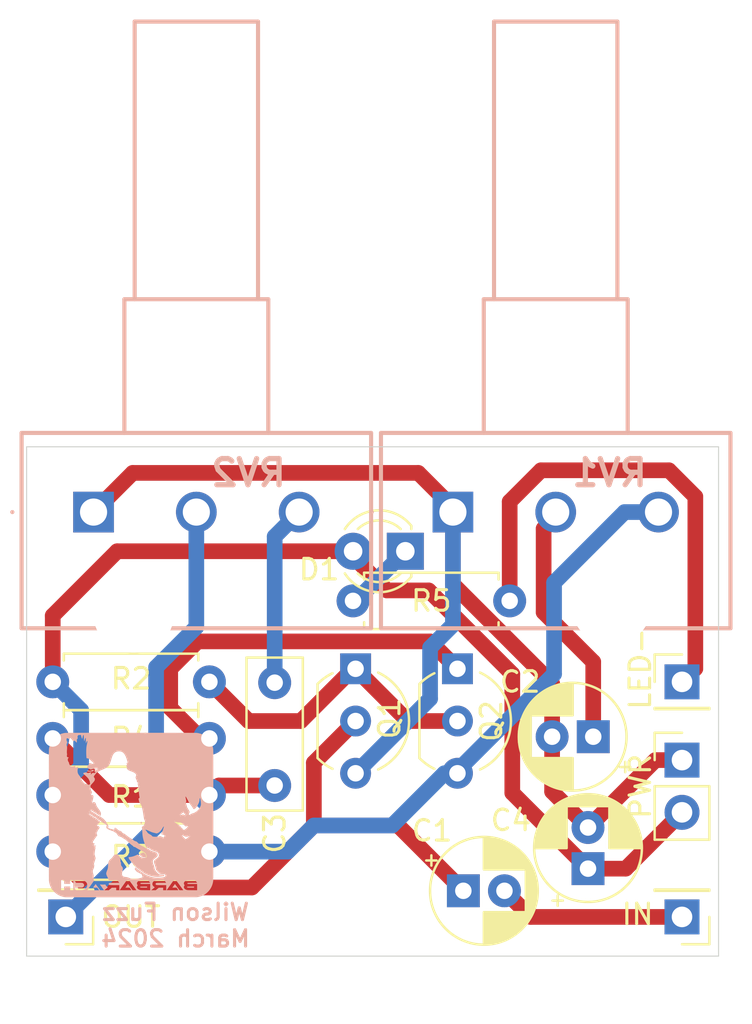
<source format=kicad_pcb>
(kicad_pcb (version 20240108) (generator "pcbnew") (generator_version "8.0")
  (layers (0 "F.Cu" signal) (31 "B.Cu" signal) (34 "B.Paste" user) (35 "F.Paste" user) (36 "B.SilkS" user "B.Silkscreen") (37 "F.SilkS" user "F.Silkscreen") (38 "B.Mask" user) (39 "F.Mask" user) (44 "Edge.Cuts" user))
  (net 0 "")
  (net 1 "Net-(Q1-B)")
  (net 2 "Net-(Q1-C)")
  (net 3 "Net-(Q2-C)")
  (net 4 "Net-(C3-Pad1)")
  (net 5 "+9V")
  (net 6 "Net-(Q2-E)")
  (net 7 "GND")
  (net 8 "Net-(C2-Pad1)")
  (net 9 "/OUT")
  (net 10 "Net-(C3-Pad2)")
  (net 11 "/IN")
  (net 12 "Net-(D1-K)")
  (net 13 "Net-(J4-Pin_1)")
  (footprint "MountingHole:MountingHole_4mm" (layer "F.Cu") (at 144.272 101.981)
    (property "Reference" "H2" (hide yes))
    (property "Value" "MountingHole")
    (pad "" np_thru_hole circle (at 0 0) (size 4 4) (drill 4) (layers "*.Cu" "*.Mask"))
  )
  (footprint "Capacitor_THT:CP_Radial_D5.0mm_P2.00mm" (layer "F.Cu") (at 166.624 108.077 180)
    (property "Reference" "C2" (at 3.556 2.667 180) (layer "F.SilkS"))
    (property "Value" "22u")
    (pad "1" thru_hole rect (at 0 0 180) (size 1.6 1.6) (drill 0.8) (layers "*.Cu" "*.Mask") (net 8 "Net-(C2-Pad1)"))
    (pad "2" thru_hole circle (at 2 0 180) (size 1.6 1.6) (drill 0.8) (layers "*.Cu" "*.Mask") (net 7 "GND"))
  )
  (footprint "Capacitor_THT:C_Rect_L7.2mm_W2.5mm_P5.00mm_FKS2_FKP2_MKS2_MKP2" (layer "F.Cu") (at 151.13 110.45 90)
    (property "Reference" "C3" (at -2.326 0 -90) (layer "F.SilkS"))
    (property "Value" "10n")
    (pad "1" thru_hole circle (at 0 0 90) (size 1.6 1.6) (drill 0.8) (layers "*.Cu" "*.Mask") (net 4 "Net-(C3-Pad1)"))
    (pad "2" thru_hole circle (at 5 0 90) (size 1.6 1.6) (drill 0.8) (layers "*.Cu" "*.Mask") (net 10 "Net-(C3-Pad2)"))
  )
  (footprint "Resistor_THT:R_Axial_DIN0207_L6.3mm_D2.5mm_P7.62mm_Horizontal" (layer "F.Cu") (at 140.335 110.913332)
    (property "Reference" "R1" (at 3.81 0.085 0) (layer "F.SilkS"))
    (property "Value" "330")
    (pad "1" thru_hole circle (at 0 0) (size 1.6 1.6) (drill 0.8) (layers "*.Cu" "*.Mask") (net 5 "+9V"))
    (pad "2" thru_hole oval (at 7.62 0) (size 1.6 1.6) (drill 0.8) (layers "*.Cu" "*.Mask") (net 4 "Net-(C3-Pad1)"))
  )
  (footprint "MountingHole:MountingHole_4mm" (layer "F.Cu") (at 154.305 116.205)
    (property "Reference" "H3" (hide yes))
    (property "Value" "MountingHole")
    (pad "" np_thru_hole circle (at 0 0) (size 4 4) (drill 4) (layers "*.Cu" "*.Mask"))
  )
  (footprint "Capacitor_THT:CP_Radial_D5.0mm_P2.00mm" (layer "F.Cu") (at 160.306 115.57)
    (property "Reference" "C1" (at -1.524 -2.921 0) (layer "F.SilkS"))
    (property "Value" "2.2u")
    (pad "1" thru_hole rect (at 0 0) (size 1.6 1.6) (drill 0.8) (layers "*.Cu" "*.Mask") (net 1 "Net-(Q1-B)"))
    (pad "2" thru_hole circle (at 2 0) (size 1.6 1.6) (drill 0.8) (layers "*.Cu" "*.Mask") (net 11 "/IN"))
  )
  (footprint "Package_TO_SOT_THT:TO-92_Inline_Wide" (layer "F.Cu") (at 160.02 104.775 -90)
    (property "Reference" "Q2" (at 2.54 -1.651 90) (layer "F.SilkS"))
    (property "Value" "BC549")
    (pad "1" thru_hole rect (at 0 0 270) (size 1.5 1.5) (drill 0.8) (layers "*.Cu" "*.Mask") (net 3 "Net-(Q2-C)"))
    (pad "2" thru_hole circle (at 2.54 0 270) (size 1.5 1.5) (drill 0.8) (layers "*.Cu" "*.Mask") (net 2 "Net-(Q1-C)"))
    (pad "3" thru_hole circle (at 5.08 0 270) (size 1.5 1.5) (drill 0.8) (layers "*.Cu" "*.Mask") (net 6 "Net-(Q2-E)"))
  )
  (footprint "MountingHole:MountingHole_4mm" (layer "F.Cu") (at 167.513 101.6)
    (property "Reference" "H1" (hide yes))
    (property "Value" "MountingHole")
    (pad "" np_thru_hole circle (at 0 0) (size 4 4) (drill 4) (layers "*.Cu" "*.Mask"))
  )
  (footprint "Resistor_THT:R_Axial_DIN0207_L6.3mm_D2.5mm_P7.62mm_Horizontal" (layer "F.Cu") (at 140.335 108.161666)
    (property "Reference" "R4" (at 3.81 0 0) (layer "F.SilkS"))
    (property "Value" "8.2K")
    (pad "1" thru_hole circle (at 0 0) (size 1.6 1.6) (drill 0.8) (layers "*.Cu" "*.Mask") (net 4 "Net-(C3-Pad1)"))
    (pad "2" thru_hole oval (at 7.62 0) (size 1.6 1.6) (drill 0.8) (layers "*.Cu" "*.Mask") (net 3 "Net-(Q2-C)"))
  )
  (footprint "Resistor_THT:R_Axial_DIN0207_L6.3mm_D2.5mm_P7.62mm_Horizontal" (layer "F.Cu") (at 154.94 101.473)
    (property "Reference" "R5" (at 3.81 0 0) (layer "F.SilkS"))
    (property "Value" "10K")
    (pad "1" thru_hole circle (at 0 0) (size 1.6 1.6) (drill 0.8) (layers "*.Cu" "*.Mask") (net 12 "Net-(D1-K)"))
    (pad "2" thru_hole oval (at 7.62 0) (size 1.6 1.6) (drill 0.8) (layers "*.Cu" "*.Mask") (net 13 "Net-(J4-Pin_1)"))
  )
  (footprint "Package_TO_SOT_THT:TO-92_Inline_Wide" (layer "F.Cu") (at 155.065 104.775 -90)
    (property "Reference" "Q1" (at 2.413 -1.653 90) (layer "F.SilkS"))
    (property "Value" "BC549")
    (pad "1" thru_hole rect (at 0 0 270) (size 1.5 1.5) (drill 0.8) (layers "*.Cu" "*.Mask") (net 2 "Net-(Q1-C)"))
    (pad "2" thru_hole circle (at 2.54 0 270) (size 1.5 1.5) (drill 0.8) (layers "*.Cu" "*.Mask") (net 1 "Net-(Q1-B)"))
    (pad "3" thru_hole circle (at 5.08 0 270) (size 1.5 1.5) (drill 0.8) (layers "*.Cu" "*.Mask") (net 7 "GND"))
  )
  (footprint "Resistor_THT:R_Axial_DIN0207_L6.3mm_D2.5mm_P7.62mm_Horizontal" (layer "F.Cu") (at 140.335 105.41)
    (property "Reference" "R2" (at 3.81 -0.155 0) (layer "F.SilkS"))
    (property "Value" "33K")
    (pad "1" thru_hole circle (at 0 0) (size 1.6 1.6) (drill 0.8) (layers "*.Cu" "*.Mask") (net 5 "+9V"))
    (pad "2" thru_hole oval (at 7.62 0) (size 1.6 1.6) (drill 0.8) (layers "*.Cu" "*.Mask") (net 2 "Net-(Q1-C)"))
  )
  (footprint "Capacitor_THT:CP_Radial_D5.0mm_P2.00mm" (layer "F.Cu") (at 166.37 114.493112 90)
    (property "Reference" "C4" (at 2.352112 -3.75 0) (layer "F.SilkS"))
    (property "Value" "47u")
    (pad "1" thru_hole rect (at 0 0 90) (size 1.6 1.6) (drill 0.8) (layers "*.Cu" "*.Mask") (net 5 "+9V"))
    (pad "2" thru_hole circle (at 2 0 90) (size 1.6 1.6) (drill 0.8) (layers "*.Cu" "*.Mask") (net 7 "GND"))
  )
  (footprint "Resistor_THT:R_Axial_DIN0207_L6.3mm_D2.5mm_P7.62mm_Horizontal" (layer "F.Cu") (at 140.335 113.664998)
    (property "Reference" "R3" (at 3.81 0.24 0) (layer "F.SilkS"))
    (property "Value" "100K")
    (pad "1" thru_hole circle (at 0 0) (size 1.6 1.6) (drill 0.8) (layers "*.Cu" "*.Mask") (net 1 "Net-(Q1-B)"))
    (pad "2" thru_hole oval (at 7.62 0) (size 1.6 1.6) (drill 0.8) (layers "*.Cu" "*.Mask") (net 6 "Net-(Q2-E)"))
  )
  (footprint "Connector_PinHeader_2.54mm:PinHeader_1x01_P2.54mm_Vertical" (layer "F.Cu") (at 170.942 116.84 180)
    (property "Reference" "J3" (hide yes))
    (property "Value" "IN" (at 2.159 0.127 180) (layer "F.SilkS"))
    (pad "1" thru_hole rect (at 0 0 180) (size 1.7 1.7) (drill 1) (layers "*.Cu" "*.Mask") (net 11 "/IN"))
  )
  (footprint "LED_THT:LED_D3.0mm" (layer "F.Cu") (at 157.485 99.06 180)
    (property "Reference" "D1" (at 4.196 -0.889 180) (layer "F.SilkS"))
    (property "Value" "LED")
    (pad "1" thru_hole rect (at 0 0 180) (size 1.8 1.8) (drill 0.9) (layers "*.Cu" "*.Mask") (net 12 "Net-(D1-K)"))
    (pad "2" thru_hole circle (at 2.54 0 180) (size 1.8 1.8) (drill 0.9) (layers "*.Cu" "*.Mask") (net 5 "+9V"))
  )
  (footprint "Connector_PinHeader_2.54mm:PinHeader_1x01_P2.54mm_Vertical" (layer "F.Cu") (at 170.942 105.41)
    (property "Reference" "J4" (hide yes))
    (property "Value" "LED-" (at -2.032 -0.635 90) (layer "F.SilkS"))
    (pad "1" thru_hole rect (at 0 0) (size 1.7 1.7) (drill 1) (layers "*.Cu" "*.Mask") (net 13 "Net-(J4-Pin_1)"))
  )
  (footprint "Connector_PinHeader_2.54mm:PinHeader_1x01_P2.54mm_Vertical" (layer "F.Cu") (at 140.97 116.84 180)
    (property "Reference" "J2" (hide yes))
    (property "Value" "OUT" (at -3.175 0 180) (layer "F.SilkS"))
    (pad "1" thru_hole rect (at 0 0 180) (size 1.7 1.7) (drill 1) (layers "*.Cu" "*.Mask") (net 9 "/OUT"))
  )
  (footprint "Connector_PinHeader_2.54mm:PinHeader_1x02_P2.54mm_Vertical" (layer "F.Cu") (at 170.942 109.215)
    (property "Reference" "J1" (hide yes))
    (property "Value" "PWR" (at -2.032 1.275 90) (layer "F.SilkS"))
    (pad "1" thru_hole rect (at 0 0) (size 1.7 1.7) (drill 1) (layers "*.Cu" "*.Mask") (net 7 "GND"))
    (pad "2" thru_hole oval (at 0 2.54) (size 1.7 1.7) (drill 1) (layers "*.Cu" "*.Mask") (net 5 "+9V"))
  )
  (footprint "Footprints:PDB181K420K102B" (layer "B.Cu") (at 142.32 97.155)
    (property "Reference" "RV2" (at 7.54 -1.905 0) (layer "B.SilkS") (effects (font (size 1.27 1.27) (thickness 0.254)) (justify mirror)))
    (property "Value" "A500K" (hide yes))
    (pad "1" thru_hole rect (at 0 0) (size 1.98 1.98) (drill 1.32) (layers "*.Cu" "*.Mask") (net 7 "GND"))
    (pad "2" thru_hole circle (at 5 0) (size 1.98 1.98) (drill 1.32) (layers "*.Cu" "*.Mask") (net 9 "/OUT"))
    (pad "3" thru_hole circle (at 10 0) (size 1.98 1.98) (drill 1.32) (layers "*.Cu" "*.Mask") (net 10 "Net-(C3-Pad2)"))
  )
  (footprint "Footprints:PDB181K420K102B" (layer "B.Cu") (at 159.799 97.155)
    (property "Reference" "RV1" (at 7.62 -1.905 0) (layer "B.SilkS") (effects (font (size 1.27 1.27) (thickness 0.254)) (justify mirror)))
    (property "Value" "B1K" (hide yes))
    (pad "1" thru_hole rect (at 0 0) (size 1.98 1.98) (drill 1.32) (layers "*.Cu" "*.Mask") (net 7 "GND"))
    (pad "2" thru_hole circle (at 5 0) (size 1.98 1.98) (drill 1.32) (layers "*.Cu" "*.Mask") (net 8 "Net-(C2-Pad1)"))
    (pad "3" thru_hole circle (at 10 0) (size 1.98 1.98) (drill 1.32) (layers "*.Cu" "*.Mask") (net 6 "Net-(Q2-E)"))
  )
  (footprint "Logos:Barbarach_Smaller" (layer "B.Cu") (at 144.145 111.887 180)
    (property "Reference" "N1" (hide yes))
    (property "Value" "Housing")
  )
  (gr_line (start 172.72 93.98) (end 172.72 118.745) (stroke (width 0.05)) (layer "Edge.Cuts"))
  (gr_line (start 172.72 118.745) (end 139.065 118.745) (stroke (width 0.05)) (layer "Edge.Cuts"))
  (gr_line (start 139.065 93.98) (end 172.72 93.98) (stroke (width 0.05)) (layer "Edge.Cuts"))
  (gr_line (start 139.065 118.745) (end 139.065 93.98) (stroke (width 0.05)) (layer "Edge.Cuts"))
  (gr_text "Wilson Fuzz\nMarch 2024" (at 146.304 118.364 -0) (layer "B.SilkS") (effects (font (size 0.8 0.8) (thickness 0.15) (bold yes)) (justify bottom mirror)))
  (segment (start 150.021 115.409) (end 153.035 112.395) (width 0.762) (layer "F.Cu") (net 1))
  (segment (start 153.035 109.345) (end 155.065 107.315) (width 0.762) (layer "F.Cu") (net 1))
  (segment (start 140.335 113.664998) (end 142.079002 115.409) (width 0.762) (layer "F.Cu") (net 1))
  (segment (start 157.131 112.395) (end 153.035 112.395) (width 0.762) (layer "F.Cu") (net 1))
  (segment (start 142.079002 115.409) (end 150.021 115.409) (width 0.762) (layer "F.Cu") (net 1))
  (segment (start 160.306 115.57) (end 157.131 112.395) (width 0.762) (layer "F.Cu") (net 1))
  (segment (start 153.035 112.395) (end 153.035 109.345) (width 0.762) (layer "F.Cu") (net 1))
  (segment (start 147.955 105.41) (end 149.86 107.315) (width 0.762) (layer "F.Cu") (net 2))
  (segment (start 149.86 107.315) (end 152.4 107.315) (width 0.762) (layer "F.Cu") (net 2))
  (segment (start 157.605 107.315) (end 155.065 104.775) (width 0.762) (layer "F.Cu") (net 2))
  (segment (start 160.02 107.315) (end 157.605 107.315) (width 0.762) (layer "F.Cu") (net 2))
  (segment (start 152.4 107.315) (end 154.94 104.775) (width 0.762) (layer "F.Cu") (net 2))
  (segment (start 154.94 104.775) (end 155.065 104.775) (width 0.762) (layer "F.Cu") (net 2))
  (segment (start 160.02 104.775) (end 158.689 103.444) (width 0.762) (layer "F.Cu") (net 3))
  (segment (start 146.05 104.775) (end 146.05 106.68) (width 0.762) (layer "F.Cu") (net 3))
  (segment (start 158.689 103.444) (end 147.381 103.444) (width 0.762) (layer "F.Cu") (net 3))
  (segment (start 147.381 103.444) (end 146.05 104.775) (width 0.762) (layer "F.Cu") (net 3))
  (segment (start 146.05 106.68) (end 147.531666 108.161666) (width 0.762) (layer "F.Cu") (net 3))
  (segment (start 147.531666 108.161666) (end 147.955 108.161666) (width 0.762) (layer "F.Cu") (net 3))
  (segment (start 147.955 110.913332) (end 143.086666 110.913332) (width 0.762) (layer "F.Cu") (net 4))
  (segment (start 143.086666 110.913332) (end 140.335 108.161666) (width 0.762) (layer "F.Cu") (net 4))
  (segment (start 148.418332 110.45) (end 147.955 110.913332) (width 0.762) (layer "F.Cu") (net 4))
  (segment (start 151.13 110.45) (end 148.418332 110.45) (width 0.762) (layer "F.Cu") (net 4))
  (segment (start 154.945 99.319) (end 154.945 99.06) (width 0.762) (layer "F.Cu") (net 5))
  (segment (start 166.37 114.493112) (end 168.203888 114.493112) (width 0.762) (layer "F.Cu") (net 5))
  (segment (start 168.203888 114.493112) (end 170.942 111.755) (width 0.762) (layer "F.Cu") (net 5))
  (segment (start 162.687 105.029) (end 158.623 100.965) (width 0.762) (layer "F.Cu") (net 5))
  (segment (start 140.335 102.191547) (end 143.466547 99.06) (width 0.762) (layer "F.Cu") (net 5))
  (segment (start 162.687 110.810112) (end 162.687 105.029) (width 0.762) (layer "F.Cu") (net 5))
  (segment (start 140.335 105.41) (end 140.335 102.191547) (width 0.762) (layer "F.Cu") (net 5))
  (segment (start 158.623 100.965) (end 156.591 100.965) (width 0.762) (layer "F.Cu") (net 5))
  (segment (start 156.591 100.965) (end 154.945 99.319) (width 0.762) (layer "F.Cu") (net 5))
  (segment (start 143.466547 99.06) (end 154.945 99.06) (width 0.762) (layer "F.Cu") (net 5))
  (segment (start 166.37 114.493112) (end 162.687 110.810112) (width 0.762) (layer "F.Cu") (net 5))
  (segment (start 141.716 106.791) (end 140.335 105.41) (width 0.762) (layer "B.Cu") (net 5))
  (segment (start 140.335 110.913332) (end 141.716 109.532332) (width 0.762) (layer "B.Cu") (net 5))
  (segment (start 141.716 109.532332) (end 141.716 106.791) (width 0.762) (layer "B.Cu") (net 5))
  (segment (start 159.385 109.855) (end 160.02 109.855) (width 0.762) (layer "B.Cu") (net 6))
  (segment (start 169.799 97.155) (end 168.148 97.155) (width 0.762) (layer "B.Cu") (net 6))
  (segment (start 147.955 113.664998) (end 151.765002 113.664998) (width 0.762) (layer "B.Cu") (net 6))
  (segment (start 160.02 109.728) (end 164.719 105.029) (width 0.762) (layer "B.Cu") (net 6))
  (segment (start 153.035 112.395) (end 156.845 112.395) (width 0.762) (layer "B.Cu") (net 6))
  (segment (start 151.765002 113.664998) (end 153.035 112.395) (width 0.762) (layer "B.Cu") (net 6))
  (segment (start 164.719 100.584) (end 168.148 97.155) (width 0.762) (layer "B.Cu") (net 6))
  (segment (start 164.719 105.029) (end 164.719 100.584) (width 0.762) (layer "B.Cu") (net 6))
  (segment (start 160.02 109.855) (end 160.02 109.728) (width 0.762) (layer "B.Cu") (net 6))
  (segment (start 156.845 112.395) (end 159.385 109.855) (width 0.762) (layer "B.Cu") (net 6))
  (segment (start 164.624 105.490029) (end 159.799 100.665029) (width 0.762) (layer "F.Cu") (net 7))
  (segment (start 164.624 108.077) (end 164.624 105.490029) (width 0.762) (layer "F.Cu") (net 7))
  (segment (start 164.624 110.747112) (end 166.37 112.493112) (width 0.762) (layer "F.Cu") (net 7))
  (segment (start 159.799 100.665029) (end 159.799 97.155) (width 0.762) (layer "F.Cu") (net 7))
  (segment (start 144.225 95.25) (end 142.32 97.155) (width 0.762) (layer "F.Cu") (net 7))
  (segment (start 169.648112 109.215) (end 166.37 112.493112) (width 0.762) (layer "F.Cu") (net 7))
  (segment (start 160.02 97.155) (end 158.115 95.25) (width 0.762) (layer "F.Cu") (net 7))
  (segment (start 158.115 95.25) (end 144.225 95.25) (width 0.762) (layer "F.Cu") (net 7))
  (segment (start 170.942 109.215) (end 169.648112 109.215) (width 0.762) (layer "F.Cu") (net 7))
  (segment (start 164.624 108.077) (end 164.624 110.747112) (width 0.762) (layer "F.Cu") (net 7))
  (segment (start 159.799 102.640774) (end 159.799 97.155) (width 0.762) (layer "B.Cu") (net 7))
  (segment (start 158.689 103.750774) (end 159.799 102.640774) (width 0.762) (layer "B.Cu") (net 7))
  (segment (start 158.689 106.231) (end 158.689 103.750774) (width 0.762) (layer "B.Cu") (net 7))
  (segment (start 155.065 109.855) (end 158.689 106.231) (width 0.762) (layer "B.Cu") (net 7))
  (segment (start 166.624 104.437453) (end 164.211 102.024453) (width 0.762) (layer "F.Cu") (net 8))
  (segment (start 164.799 97.155) (end 164.799 97.376) (width 0.762) (layer "F.Cu") (net 8))
  (segment (start 164.799 97.376) (end 164.211 97.964) (width 0.762) (layer "F.Cu") (net 8))
  (segment (start 166.624 108.077) (end 166.624 104.437453) (width 0.762) (layer "F.Cu") (net 8))
  (segment (start 164.211 102.024453) (end 164.211 97.964) (width 0.762) (layer "F.Cu") (net 8))
  (segment (start 145.363453 112.446547) (end 145.363453 104.699547) (width 0.762) (layer "B.Cu") (net 9))
  (segment (start 147.32 102.743) (end 147.32 97.155) (width 0.762) (layer "B.Cu") (net 9))
  (segment (start 140.97 116.84) (end 145.363453 112.446547) (width 0.762) (layer "B.Cu") (net 9))
  (segment (start 145.363453 104.699547) (end 147.32 102.743) (width 0.762) (layer "B.Cu") (net 9))
  (segment (start 151.13 105.45) (end 151.13 98.345) (width 0.762) (layer "B.Cu") (net 10))
  (segment (start 151.13 98.345) (end 152.32 97.155) (width 0.762) (layer "B.Cu") (net 10))
  (segment (start 170.942 116.84) (end 163.576 116.84) (width 0.762) (layer "F.Cu") (net 11))
  (segment (start 163.576 116.84) (end 162.306 115.57) (width 0.762) (layer "F.Cu") (net 11))
  (segment (start 155.072 101.473) (end 157.485 99.06) (width 0.762) (layer "B.Cu") (net 12))
  (segment (start 154.94 101.473) (end 155.072 101.473) (width 0.762) (layer "B.Cu") (net 12))
  (segment (start 162.56 96.647) (end 162.56 101.473) (width 0.762) (layer "F.Cu") (net 13))
  (segment (start 170.942 105.41) (end 171.591 104.761) (width 0.762) (layer "F.Cu") (net 13))
  (segment (start 170.307 95.123) (end 164.084 95.123) (width 0.762) (layer "F.Cu") (net 13))
  (segment (start 171.591 104.761) (end 171.591 96.407) (width 0.762) (layer "F.Cu") (net 13))
  (segment (start 164.084 95.123) (end 162.56 96.647) (width 0.762) (layer "F.Cu") (net 13))
  (segment (start 171.591 96.407) (end 170.307 95.123) (width 0.762) (layer "F.Cu") (net 13))
)
</source>
